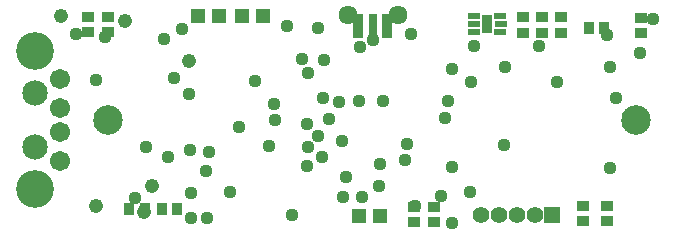
<source format=gbs>
G75*
G70*
%OFA0B0*%
%FSLAX24Y24*%
%IPPOS*%
%LPD*%
%AMOC8*
5,1,8,0,0,1.08239X$1,22.5*
%
%ADD10C,0.0986*%
%ADD11R,0.0356X0.0434*%
%ADD12R,0.0434X0.0356*%
%ADD13R,0.0493X0.0505*%
%ADD14R,0.0556X0.0556*%
%ADD15C,0.0556*%
%ADD16C,0.0634*%
%ADD17R,0.0316X0.0789*%
%ADD18R,0.0375X0.0789*%
%ADD19C,0.1261*%
%ADD20C,0.0848*%
%ADD21C,0.0674*%
%ADD22R,0.0395X0.0198*%
%ADD23R,0.0336X0.0611*%
%ADD24C,0.0437*%
%ADD25C,0.0476*%
D10*
X003686Y004090D03*
X021286Y004090D03*
D11*
X020215Y007149D03*
X019704Y007149D03*
X004900Y001109D03*
X004389Y001109D03*
X005460Y001101D03*
X005971Y001101D03*
D12*
X013881Y001184D03*
X014550Y001184D03*
X014550Y000672D03*
X013881Y000672D03*
X019511Y000711D03*
X020298Y000711D03*
X020298Y001223D03*
X019511Y001223D03*
X018763Y006987D03*
X018133Y006991D03*
X017503Y006991D03*
X017503Y007503D03*
X018133Y007503D03*
X018763Y007499D03*
X021440Y007483D03*
X021440Y006971D03*
X003684Y007011D03*
X003015Y007011D03*
X003015Y007523D03*
X003684Y007523D03*
D13*
X006686Y007542D03*
X007375Y007542D03*
X008143Y007542D03*
X008832Y007542D03*
X012040Y000889D03*
X012729Y000889D03*
D14*
X018487Y000928D03*
D15*
X017897Y000928D03*
X017306Y000928D03*
X016715Y000928D03*
X016125Y000928D03*
D16*
X013339Y007582D03*
X011666Y007582D03*
D17*
X012503Y007227D03*
D18*
X012985Y007227D03*
X012021Y007227D03*
D19*
X001243Y006381D03*
X001243Y001774D03*
D20*
X001243Y003172D03*
X001243Y004983D03*
D21*
X002082Y005456D03*
X002082Y004471D03*
X002082Y003684D03*
X002082Y002700D03*
D22*
X015889Y007001D03*
X015889Y007267D03*
X015889Y007532D03*
X016755Y007532D03*
X016765Y007267D03*
X016755Y007001D03*
D23*
X016322Y007267D03*
D24*
X015889Y006558D03*
X016912Y005849D03*
X015771Y005337D03*
X015141Y005790D03*
X015023Y004708D03*
X014904Y004156D03*
X012857Y004727D03*
X012030Y004727D03*
X011361Y004668D03*
X010849Y004826D03*
X009196Y004629D03*
X009235Y004078D03*
X010298Y003960D03*
X011046Y004117D03*
X010692Y003546D03*
X010337Y003172D03*
X010810Y002857D03*
X010298Y002542D03*
X011597Y002188D03*
X012700Y001873D03*
X012149Y001519D03*
X011519Y001519D03*
X009826Y000928D03*
X007739Y001676D03*
X006440Y001637D03*
X006952Y002385D03*
X005692Y002857D03*
X006400Y003074D03*
X007030Y003015D03*
X009058Y003211D03*
X008054Y003861D03*
X006361Y004944D03*
X005869Y005495D03*
X003290Y005397D03*
X005534Y006794D03*
X006145Y007109D03*
X003566Y006834D03*
X002601Y006932D03*
X008566Y005377D03*
X010141Y006125D03*
X010889Y006086D03*
X010337Y005652D03*
X012070Y006499D03*
X012503Y006755D03*
X013763Y006952D03*
X010692Y007149D03*
X009629Y007227D03*
X018054Y006558D03*
X020298Y006912D03*
X021400Y006322D03*
X020416Y005830D03*
X018645Y005337D03*
X020613Y004806D03*
X016873Y003231D03*
X015141Y002523D03*
X013566Y002739D03*
X012739Y002621D03*
X013645Y003271D03*
X011479Y003369D03*
X015731Y001676D03*
X014786Y001558D03*
X013920Y001204D03*
X015141Y000652D03*
X020416Y002483D03*
X021834Y007463D03*
X004944Y003192D03*
X004589Y001479D03*
X006440Y000810D03*
X006991Y000810D03*
D25*
X003290Y001204D03*
X004865Y001007D03*
X005141Y001873D03*
X006361Y006046D03*
X004235Y007385D03*
X002109Y007542D03*
M02*

</source>
